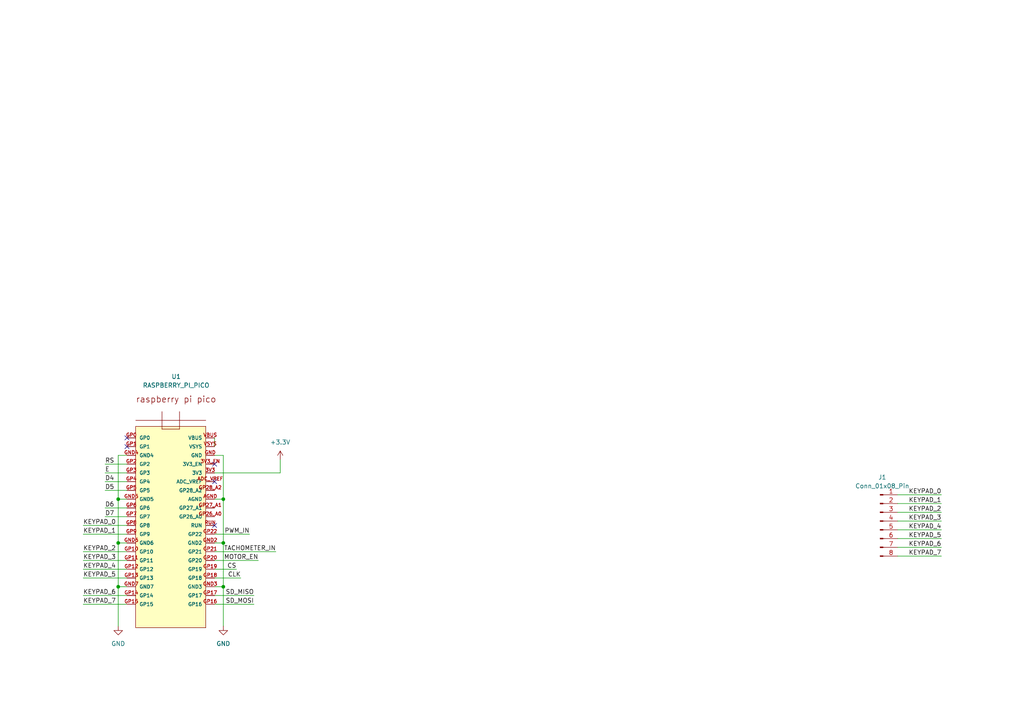
<source format=kicad_sch>
(kicad_sch (version 20231120) (generator "eeschema") (generator_version "8.0")
  (paper "A4")
  (lib_symbols
    (symbol "Connector:Conn_01x08_Pin" (pin_names (offset 1.016) hide)
      (property "Reference" "J" (at 0 10.16 0))
      (property "Value" "Conn_01x08_Pin" (at 0 -12.7 0))
      (symbol "Conn_01x08_Pin_1_1"
        (polyline (pts (xy 1.27 -10.16) (xy 0.8636 -10.16)) (stroke (width 0.1524)))
        (polyline (pts (xy 1.27 -7.62) (xy 0.8636 -7.62)) (stroke (width 0.1524)))
        (polyline (pts (xy 1.27 -5.08) (xy 0.8636 -5.08)) (stroke (width 0.1524)))
        (polyline (pts (xy 1.27 -2.54) (xy 0.8636 -2.54)) (stroke (width 0.1524)))
        (polyline (pts (xy 1.27 0) (xy 0.8636 0)) (stroke (width 0.1524)))
        (polyline (pts (xy 1.27 2.54) (xy 0.8636 2.54)) (stroke (width 0.1524)))
        (polyline (pts (xy 1.27 5.08) (xy 0.8636 5.08)) (stroke (width 0.1524)))
        (polyline (pts (xy 1.27 7.62) (xy 0.8636 7.62)) (stroke (width 0.1524)))
        (rectangle (start 0.8636 -10.033) (end 0 -10.287) (stroke (width 0.1524)) (fill (type outline)))
        (rectangle (start 0.8636 -7.493) (end 0 -7.747) (stroke (width 0.1524)) (fill (type outline)))
        (rectangle (start 0.8636 -4.953) (end 0 -5.207) (stroke (width 0.1524)) (fill (type outline)))
        (rectangle (start 0.8636 -2.413) (end 0 -2.667) (stroke (width 0.1524)) (fill (type outline)))
        (rectangle (start 0.8636 0.127) (end 0 -0.127) (stroke (width 0.1524)) (fill (type outline)))
        (rectangle (start 0.8636 2.667) (end 0 2.413) (stroke (width 0.1524)) (fill (type outline)))
        (rectangle (start 0.8636 5.207) (end 0 4.953) (stroke (width 0.1524)) (fill (type outline)))
        (rectangle (start 0.8636 7.747) (end 0 7.493) (stroke (width 0.1524)) (fill (type outline)))
        (pin passive line (at 5.08 7.62 180) (length 3.81) (name "Pin_1") (number "1"))
        (pin passive line (at 5.08 5.08 180) (length 3.81) (name "Pin_2") (number "2"))
        (pin passive line (at 5.08 2.54 180) (length 3.81) (name "Pin_3") (number "3"))
        (pin passive line (at 5.08 0 180) (length 3.81) (name "Pin_4") (number "4"))
        (pin passive line (at 5.08 -2.54 180) (length 3.81) (name "Pin_5") (number "5"))
        (pin passive line (at 5.08 -5.08 180) (length 3.81) (name "Pin_6") (number "6"))
        (pin passive line (at 5.08 -7.62 180) (length 3.81) (name "Pin_7") (number "7"))
        (pin passive line (at 5.08 -10.16 180) (length 3.81) (name "Pin_8") (number "8"))
      )
    )
    (symbol "RPI_PICO:RASPBERRY_PI_PICO" (pin_names (offset 1.016))
      (property "Reference" "U" (at 0 0 0))
      (property "Value" "RASPBERRY_PI_PICO" (at 0 0 0))
      (symbol "RASPBERRY_PI_PICO_0_0"
        (rectangle (start -7.62 -34.7604) (end 12.7 23.6596) (stroke (width 0.1524)) (fill (type background)))
        (polyline (pts (xy 0 22.86) (xy 5.08 22.86)) (stroke (width 0.1524)))
        (polyline (pts (xy 0 27.94) (xy 0 22.86)) (stroke (width 0.1524)))
        (polyline (pts (xy 5.08 22.86) (xy 5.08 27.94)) (stroke (width 0.1524)))
        (polyline (pts (xy 12.7 25.4) (xy -7.62 25.4)) (stroke (width 0.1524)))
        (text "raspberry pi pico" (at -7.62 30.48 0) (effects (font (size 1.778 1.778)) (justify left bottom)))
        (pin bidirectional line (at 15.24 10.16 180) (length 2.54) (name "3V3") (number "3V3"))
        (pin bidirectional line (at 15.24 12.7 180) (length 2.54) (name "3V3_EN") (number "3V3_EN"))
        (pin bidirectional line (at 15.24 7.62 180) (length 2.54) (name "ADC_VREF") (number "ADC_VREF"))
        (pin bidirectional line (at 15.24 2.54 180) (length 2.54) (name "AGND") (number "AGND"))
        (pin bidirectional line (at 15.24 15.24 180) (length 2.54) (name "GND") (number "GND"))
        (pin bidirectional line (at 15.24 -10.16 180) (length 2.54) (name "GND2") (number "GND2"))
        (pin bidirectional line (at 15.24 -22.86 180) (length 2.54) (name "GND3") (number "GND3"))
        (pin bidirectional line (at -10.16 15.24 0) (length 2.54) (name "GND4") (number "GND4"))
        (pin bidirectional line (at -10.16 2.54 0) (length 2.54) (name "GND5") (number "GND5"))
        (pin bidirectional line (at -10.16 -10.16 0) (length 2.54) (name "GND6") (number "GND6"))
        (pin bidirectional line (at -10.16 -22.86 0) (length 2.54) (name "GND7") (number "GND7"))
        (pin bidirectional line (at -10.16 20.32 0) (length 2.54) (name "GP0") (number "GP0"))
        (pin bidirectional line (at -10.16 17.78 0) (length 2.54) (name "GP1") (number "GP1"))
        (pin bidirectional line (at -10.16 -12.7 0) (length 2.54) (name "GP10") (number "GP10"))
        (pin bidirectional line (at -10.16 -15.24 0) (length 2.54) (name "GP11") (number "GP11"))
        (pin bidirectional line (at -10.16 -17.78 0) (length 2.54) (name "GP12") (number "GP12"))
        (pin bidirectional line (at -10.16 -20.32 0) (length 2.54) (name "GP13") (number "GP13"))
        (pin bidirectional line (at -10.16 -25.4 0) (length 2.54) (name "GP14") (number "GP14"))
        (pin bidirectional line (at -10.16 -27.94 0) (length 2.54) (name "GP15") (number "GP15"))
        (pin bidirectional line (at 15.24 -27.94 180) (length 2.54) (name "GP16") (number "GP16"))
        (pin bidirectional line (at 15.24 -25.4 180) (length 2.54) (name "GP17") (number "GP17"))
        (pin bidirectional line (at 15.24 -20.32 180) (length 2.54) (name "GP18") (number "GP18"))
        (pin bidirectional line (at 15.24 -17.78 180) (length 2.54) (name "GP19") (number "GP19"))
        (pin bidirectional line (at -10.16 12.7 0) (length 2.54) (name "GP2") (number "GP2"))
        (pin bidirectional line (at 15.24 -15.24 180) (length 2.54) (name "GP20") (number "GP20"))
        (pin bidirectional line (at 15.24 -12.7 180) (length 2.54) (name "GP21") (number "GP21"))
        (pin bidirectional line (at 15.24 -7.62 180) (length 2.54) (name "GP22") (number "GP22"))
        (pin bidirectional line (at 15.24 -2.54 180) (length 2.54) (name "GP26_A0") (number "GP26_A0"))
        (pin bidirectional line (at 15.24 0 180) (length 2.54) (name "GP27_A1") (number "GP27_A1"))
        (pin bidirectional line (at 15.24 5.08 180) (length 2.54) (name "GP28_A2") (number "GP28_A2"))
        (pin bidirectional line (at -10.16 10.16 0) (length 2.54) (name "GP3") (number "GP3"))
        (pin bidirectional line (at -10.16 7.62 0) (length 2.54) (name "GP4") (number "GP4"))
        (pin bidirectional line (at -10.16 5.08 0) (length 2.54) (name "GP5") (number "GP5"))
        (pin bidirectional line (at -10.16 0 0) (length 2.54) (name "GP6") (number "GP6"))
        (pin bidirectional line (at -10.16 -2.54 0) (length 2.54) (name "GP7") (number "GP7"))
        (pin bidirectional line (at -10.16 -5.08 0) (length 2.54) (name "GP8") (number "GP8"))
        (pin bidirectional line (at -10.16 -7.62 0) (length 2.54) (name "GP9") (number "GP9"))
        (pin bidirectional line (at 15.24 -5.08 180) (length 2.54) (name "RUN") (number "RUN"))
        (pin bidirectional line (at 15.24 20.32 180) (length 2.54) (name "VBUS") (number "VBUS"))
        (pin bidirectional line (at 15.24 17.78 180) (length 2.54) (name "VSYS") (number "VSYS"))
      )
    )
    (symbol "power:+3.3V" (power) (pin_numbers hide) (pin_names (offset 0) hide)
      (property "Value" "+3.3V" (at 0 3.556 0))
      (symbol "+3.3V_0_1"
        (polyline (pts (xy -0.762 1.27) (xy 0 2.54)))
        (polyline (pts (xy 0 0) (xy 0 2.54)))
        (polyline (pts (xy 0 2.54) (xy 0.762 1.27)))
      )
      (symbol "+3.3V_1_1"
        (pin power_in line (at 0 0 90) (length 0) (name "~") (number "1"))
      )
    )
    (symbol "power:GND" (power) (pin_numbers hide) (pin_names (offset 0) hide)
      (property "Value" "GND" (at 0 -3.81 0))
      (symbol "GND_0_1"
        (polyline (pts (xy 0 0) (xy 0 -1.27) (xy 1.27 -1.27) (xy 0 -2.54) (xy -1.27 -1.27) (xy 0 -1.27)))
      )
      (symbol "GND_1_1"
        (pin power_in line (at 0 0 270) (length 0) (name "~") (number "1"))
      )
    )
  )
  (junction (at 34.29 144.78))
  (junction (at 64.77 144.78))
  (junction (at 34.29 170.18))
  (junction (at 34.29 157.48))
  (junction (at 64.77 157.48))
  (junction (at 64.77 170.18))
  (no_connect (at 62.23 134.62))
  (no_connect (at 36.83 127))
  (no_connect (at 36.83 129.54))
  (no_connect (at 62.23 152.4))
  (no_connect (at 62.23 139.7))
  (wire (pts (xy 62.23 175.26) (xy 73.66 175.26)))
  (wire (pts (xy 62.23 154.94) (xy 72.39 154.94)))
  (wire (pts (xy 64.77 170.18) (xy 64.77 157.48)))
  (wire (pts (xy 30.48 134.62) (xy 36.83 134.62)))
  (wire (pts (xy 273.05 148.59) (xy 260.35 148.59)))
  (wire (pts (xy 81.28 133.35) (xy 81.28 137.16)))
  (wire (pts (xy 30.48 142.24) (xy 36.83 142.24)))
  (wire (pts (xy 34.29 157.48) (xy 34.29 170.18)))
  (wire (pts (xy 34.29 132.08) (xy 34.29 144.78)))
  (wire (pts (xy 34.29 170.18) (xy 36.83 170.18)))
  (wire (pts (xy 24.13 175.26) (xy 36.83 175.26)))
  (wire (pts (xy 34.29 144.78) (xy 36.83 144.78)))
  (wire (pts (xy 24.13 154.94) (xy 36.83 154.94)))
  (wire (pts (xy 24.13 162.56) (xy 36.83 162.56)))
  (wire (pts (xy 24.13 160.02) (xy 36.83 160.02)))
  (wire (pts (xy 30.48 147.32) (xy 36.83 147.32)))
  (wire (pts (xy 24.13 165.1) (xy 36.83 165.1)))
  (wire (pts (xy 273.05 156.21) (xy 260.35 156.21)))
  (wire (pts (xy 64.77 157.48) (xy 64.77 144.78)))
  (wire (pts (xy 62.23 127) (xy 62.23 129.54)))
  (wire (pts (xy 62.23 160.02) (xy 80.01 160.02)))
  (wire (pts (xy 64.77 144.78) (xy 64.77 132.08)))
  (wire (pts (xy 62.23 167.64) (xy 69.85 167.64)))
  (wire (pts (xy 34.29 144.78) (xy 34.29 157.48)))
  (wire (pts (xy 260.35 146.05) (xy 273.05 146.05)))
  (wire (pts (xy 273.05 161.29) (xy 260.35 161.29)))
  (wire (pts (xy 30.48 149.86) (xy 36.83 149.86)))
  (wire (pts (xy 34.29 170.18) (xy 34.29 181.61)))
  (wire (pts (xy 273.05 153.67) (xy 260.35 153.67)))
  (wire (pts (xy 24.13 167.64) (xy 36.83 167.64)))
  (wire (pts (xy 24.13 152.4) (xy 36.83 152.4)))
  (wire (pts (xy 62.23 172.72) (xy 73.66 172.72)))
  (wire (pts (xy 273.05 143.51) (xy 260.35 143.51)))
  (wire (pts (xy 62.23 165.1) (xy 68.58 165.1)))
  (wire (pts (xy 273.05 158.75) (xy 260.35 158.75)))
  (wire (pts (xy 64.77 181.61) (xy 64.77 170.18)))
  (wire (pts (xy 81.28 137.16) (xy 62.23 137.16)))
  (wire (pts (xy 64.77 157.48) (xy 62.23 157.48)))
  (wire (pts (xy 64.77 132.08) (xy 62.23 132.08)))
  (wire (pts (xy 62.23 162.56) (xy 74.93 162.56)))
  (wire (pts (xy 34.29 157.48) (xy 36.83 157.48)))
  (wire (pts (xy 64.77 144.78) (xy 62.23 144.78)))
  (wire (pts (xy 34.29 132.08) (xy 36.83 132.08)))
  (wire (pts (xy 273.05 151.13) (xy 260.35 151.13)))
  (wire (pts (xy 30.48 139.7) (xy 36.83 139.7)))
  (wire (pts (xy 24.13 172.72) (xy 36.83 172.72)))
  (wire (pts (xy 64.77 170.18) (xy 62.23 170.18)))
  (wire (pts (xy 30.48 137.16) (xy 36.83 137.16)))
  (label "KEYPAD_5" (at 24.13 167.64 0))
  (label "KEYPAD_7" (at 273.05 161.29 180))
  (label "CS" (at 68.58 165.1 180))
  (label "KEYPAD_6" (at 273.05 158.75 180))
  (label "KEYPAD_6" (at 24.13 172.72 0))
  (label "D7" (at 30.48 149.86 0))
  (label "RS" (at 30.48 134.62 0))
  (label "KEYPAD_7" (at 24.13 175.26 0))
  (label "KEYPAD_3" (at 273.05 151.13 180))
  (label "KEYPAD_4" (at 273.05 153.67 180))
  (label "MOTOR_EN" (at 74.93 162.56 180))
  (label "E" (at 30.48 137.16 0))
  (label "KEYPAD_0" (at 24.13 152.4 0))
  (label "KEYPAD_4" (at 24.13 165.1 0))
  (label "KEYPAD_2" (at 24.13 160.02 0))
  (label "KEYPAD_3" (at 24.13 162.56 0))
  (label "D4" (at 30.48 139.7 0))
  (label "D6" (at 30.48 147.32 0))
  (label "KEYPAD_5" (at 273.05 156.21 180))
  (label "D5" (at 30.48 142.24 0))
  (label "KEYPAD_2" (at 273.05 148.59 180))
  (label "SD_MOSI" (at 73.66 175.26 180))
  (label "KEYPAD_1" (at 24.13 154.94 0))
  (label "KEYPAD_0" (at 273.05 143.51 180))
  (label "TACHOMETER_IN" (at 80.01 160.02 180))
  (label "PWM_IN" (at 72.39 154.94 180))
  (label "SD_MISO" (at 73.66 172.72 180))
  (label "CLK" (at 69.85 167.64 180))
  (label "KEYPAD_1" (at 273.05 146.05 180))
  (symbol (lib_id "power:+3.3V") (at 81.28 133.35 0) (unit 1)
    (property "Reference" "#PWR09" (effects (hide yes)))
    (property "Value" "+3.3V" (at 81.28 128.27 0))
    (property "Description" "Power symbol creates a global label with name \"+3.3V\"" (effects (hide yes)))
  )
  (symbol (lib_id "RPI_PICO:RASPBERRY_PI_PICO") (at 46.99 147.32 0) (unit 1)
    (property "Reference" "U1" (at 51.0871 109.22 0))
    (property "Value" "RASPBERRY_PI_PICO" (at 51.0871 111.76 0))
    (property "Footprint" "RASPBERRY_PI_PICO:RASPBERRY_PI_PICO" (effects (hide yes)))
    (property "MF" "Raspberry Pi" (effects (hide yes)))
    (property "Description_1" "\nRaspberry Pi Board, Arm Cortex-M0+; Core Architecture:Arm; Core Sub-Architecture:Cortex-M0+; Kit Contents:Raspberry Pi Pico Board; No. Of Bits:32Bit; Silicon Core Number:Rp2040; Silicon Manufacturer:Raspberry Pi |Raspberry-Pi RASPBERRY PI PICO\n" (effects (hide yes)))
    (property "Package" "None" (effects (hide yes)))
    (property "Price" "None" (effects (hide yes)))
    (property "SnapEDA_Link" "https://www.snapeda.com/parts/RASPBERRY%20PI%20PICO/Raspberry+Pi/view-part/?ref=snap" (effects (hide yes)))
    (property "MP" "RASPBERRY PI PICO" (effects (hide yes)))
    (property "Availability" "Not in stock" (effects (hide yes)))
    (property "Check_prices" "https://www.snapeda.com/parts/RASPBERRY%20PI%20PICO/Raspberry+Pi/view-part/?ref=eda" (effects (hide yes)))
  )
  (symbol (lib_id "Connector:Conn_01x08_Pin") (at 255.27 151.13 0) (unit 1)
    (property "Reference" "J1" (at 255.905 138.43 0))
    (property "Value" "Conn_01x08_Pin" (at 255.905 140.97 0))
    (property "Description" "Generic connector, single row, 01x08, script generated" (effects (hide yes)))
  )
  (symbol (lib_id "power:GND") (at 34.29 181.61 0) (unit 1)
    (property "Reference" "#PWR02" (effects (hide yes)))
    (property "Value" "GND" (at 34.29 186.69 0))
    (property "Description" "Power symbol creates a global label with name \"GND\" , ground" (effects (hide yes)))
  )
  (symbol (lib_id "power:GND") (at 64.77 181.61 0) (unit 1)
    (property "Reference" "#PWR01" (effects (hide yes)))
    (property "Value" "GND" (at 64.77 186.69 0))
    (property "Description" "Power symbol creates a global label with name \"GND\" , ground" (effects (hide yes)))
  )
)
</source>
